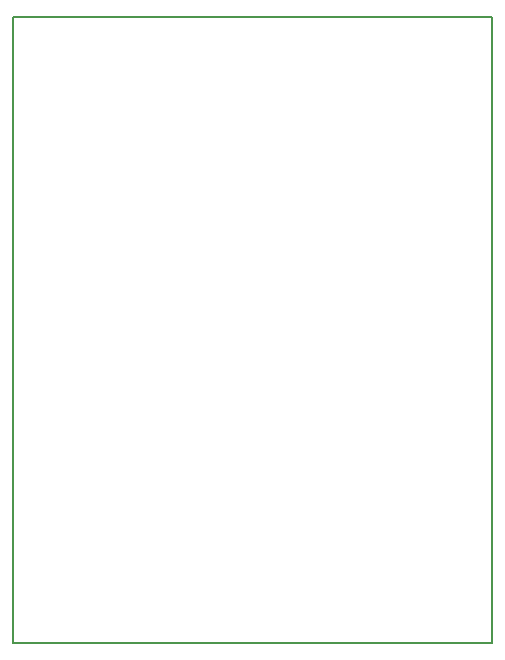
<source format=gm1>
G04 MADE WITH FRITZING*
G04 WWW.FRITZING.ORG*
G04 DOUBLE SIDED*
G04 HOLES PLATED*
G04 CONTOUR ON CENTER OF CONTOUR VECTOR*
%ASAXBY*%
%FSLAX23Y23*%
%MOIN*%
%OFA0B0*%
%SFA1.0B1.0*%
%ADD10R,1.604930X2.094570*%
%ADD11C,0.008000*%
%ADD10C,0.008*%
%LNCONTOUR*%
G90*
G70*
G54D10*
G54D11*
X4Y2091D02*
X1601Y2091D01*
X1601Y4D01*
X4Y4D01*
X4Y2091D01*
D02*
G04 End of contour*
M02*
</source>
